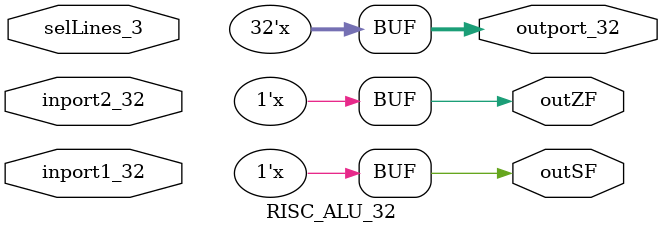
<source format=v>
/************************************************************************************************************************************************************************
 * File Description:
 * Author      : Mahmoud Sherif Mahmoud
 * Module      : Arithmetic Logic Unit
 * Level  	   : Low
 * Description : This file Contains the 32-bit ALU for 32-bit RISC-V Micrprocessor
 * Project	   : 32-Bit RISC-V Microprocessor
 * Date 	   : 1/3/2023(March)
 ***********************************************************************************************************************************************************************/

module RISC_ALU_32 (
    input [3:0] selLines_3,
    input [31:0] inport1_32,
    input [31:0] inport2_32,
    output reg outZF,
    output reg  outSF,
    output reg [31:0] outport_32
);
/*
*Defining the operations as local parameters
*/
localparam ADD =3'b000;
localparam SHL =3'b001;
localparam SUB =3'b010;
localparam XOR =3'b100;
localparam SHR =3'b101;
localparam OR  =3'b110;
localparam AND =3'b111;
/*
*Defining a temporary 33-bit wire to store the result of the operation 
before outputting the actual result and calculating the flags4
*/
reg [32:0]tempout_33;
always @(*)
begin 
    /*
    Multiplexing the select lines and depending on its value the corresponding
    result is put on the temporary wires to calculate the final output and 
    flags
    */
    case(selLines_3)
    ADD:    tempout_33<=inport1_32+inport2_32;
    SHL:    tempout_33<=inport1_32<<inport2_32;
    SUB:    tempout_33<=inport1_32-inport2_32;
    XOR:    tempout_33<=inport1_32^inport2_32;
    SHR:    tempout_33<=inport1_32>>inport2_32;
    OR:     tempout_33<=inport1_32||inport2_32;
    AND:    tempout_33<=inport1_32&&inport2_32;
    default:tempout_33<=0;
    endcase
    outport_32<=tempout_33[31:0];
    outZF<=~(|outport_32);
    outSF<=tempout_33[32];
end 
endmodule
</source>
